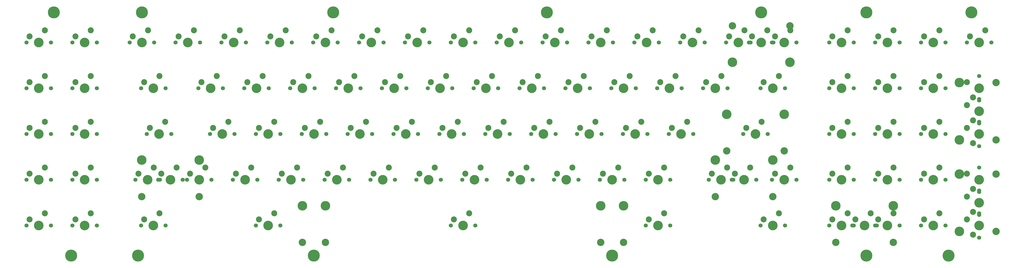
<source format=gbr>
%TF.GenerationSoftware,KiCad,Pcbnew,8.0.1*%
%TF.CreationDate,2026-01-01T00:47:39+09:00*%
%TF.ProjectId,W1-AT_RP2040_Notooth,57312d41-545f-4525-9032-3034305f4e6f,rev?*%
%TF.SameCoordinates,Original*%
%TF.FileFunction,Soldermask,Top*%
%TF.FilePolarity,Negative*%
%FSLAX46Y46*%
G04 Gerber Fmt 4.6, Leading zero omitted, Abs format (unit mm)*
G04 Created by KiCad (PCBNEW 8.0.1) date 2026-01-01 00:47:39*
%MOMM*%
%LPD*%
G01*
G04 APERTURE LIST*
%ADD10C,1.700000*%
%ADD11C,4.000000*%
%ADD12C,2.500000*%
%ADD13C,3.048000*%
%ADD14C,3.987800*%
%ADD15C,5.000000*%
G04 APERTURE END LIST*
D10*
%TO.C,MX77*%
X357945000Y-95150000D03*
D11*
X363025000Y-95150000D03*
D10*
X368105000Y-95150000D03*
D12*
X359215000Y-92610000D03*
X365565000Y-90070000D03*
%TD*%
D13*
%TO.C,S7*%
X263012500Y-121184999D03*
D14*
X263012500Y-105975000D03*
D13*
X148712500Y-121184999D03*
D14*
X148712500Y-105975000D03*
%TD*%
D15*
%TO.C,H7*%
X373339465Y-25475001D03*
%TD*%
D10*
%TO.C,MX22*%
X334132500Y-38000000D03*
D11*
X339212500Y-38000000D03*
D10*
X344292500Y-38000000D03*
D12*
X335402500Y-35460000D03*
X341752500Y-32920000D03*
%TD*%
D10*
%TO.C,MX35*%
X267457500Y-57050000D03*
D11*
X272537500Y-57050000D03*
D10*
X277617500Y-57050000D03*
D12*
X268727500Y-54510000D03*
X275077500Y-51970000D03*
%TD*%
D10*
%TO.C,MX50*%
X157920000Y-76100000D03*
D11*
X163000000Y-76100000D03*
D10*
X168080000Y-76100000D03*
D12*
X159190000Y-73560000D03*
X165540000Y-71020000D03*
%TD*%
D10*
%TO.C,MX72*%
X224595000Y-95150000D03*
D11*
X229675000Y-95150000D03*
D10*
X234755000Y-95150000D03*
D12*
X225865000Y-92610000D03*
X232215000Y-90070000D03*
%TD*%
D10*
%TO.C,MX85*%
X43620000Y-114200000D03*
D11*
X48700000Y-114200000D03*
D10*
X53780000Y-114200000D03*
D12*
X44890000Y-111660000D03*
X51240000Y-109120000D03*
%TD*%
D10*
%TO.C,MX23*%
X24570000Y-57050000D03*
D11*
X29650000Y-57050000D03*
D10*
X34730000Y-57050000D03*
D12*
X25840000Y-54510000D03*
X32190000Y-51970000D03*
%TD*%
D10*
%TO.C,MX32*%
X210307500Y-57050000D03*
D11*
X215387500Y-57050000D03*
D10*
X220467500Y-57050000D03*
D12*
X211577500Y-54510000D03*
X217927500Y-51970000D03*
%TD*%
D10*
%TO.C,MX94*%
X69813750Y-95150000D03*
D11*
X74893750Y-95150000D03*
D10*
X79973750Y-95150000D03*
D12*
X71083750Y-92610000D03*
X77433750Y-90070000D03*
%TD*%
D10*
%TO.C,MX8*%
X162682500Y-38000000D03*
D11*
X167762500Y-38000000D03*
D10*
X172842500Y-38000000D03*
D12*
X163952500Y-35460000D03*
X170302500Y-32920000D03*
%TD*%
D10*
%TO.C,MX29*%
X153157500Y-57050000D03*
D11*
X158237500Y-57050000D03*
D10*
X163317500Y-57050000D03*
D12*
X154427500Y-54510000D03*
X160777500Y-51970000D03*
%TD*%
D10*
%TO.C,MX3*%
X67432500Y-38000000D03*
D11*
X72512500Y-38000000D03*
D10*
X77592500Y-38000000D03*
D12*
X68702500Y-35460000D03*
X75052500Y-32920000D03*
%TD*%
D10*
%TO.C,MX84*%
X24570000Y-114200000D03*
D11*
X29650000Y-114200000D03*
D10*
X34730000Y-114200000D03*
D12*
X25840000Y-111660000D03*
X32190000Y-109120000D03*
%TD*%
D10*
%TO.C,MX82*%
X307938750Y-95150000D03*
D11*
X313018750Y-95150000D03*
D10*
X318098750Y-95150000D03*
D12*
X309208750Y-92610000D03*
X315558750Y-90070000D03*
%TD*%
D15*
%TO.C,H14*%
X416979465Y-25465001D03*
%TD*%
D10*
%TO.C,MX14*%
X276982500Y-38000000D03*
D11*
X282062500Y-38000000D03*
D10*
X287142500Y-38000000D03*
D12*
X278252500Y-35460000D03*
X284602500Y-32920000D03*
%TD*%
D10*
%TO.C,MX9*%
X181732500Y-38000000D03*
D11*
X186812500Y-38000000D03*
D10*
X191892500Y-38000000D03*
D12*
X183002500Y-35460000D03*
X189352500Y-32920000D03*
%TD*%
D10*
%TO.C,MX66*%
X110295000Y-95150000D03*
D11*
X115375000Y-95150000D03*
D10*
X120455000Y-95150000D03*
D12*
X111565000Y-92610000D03*
X117915000Y-90070000D03*
%TD*%
D10*
%TO.C,MX36*%
X286507500Y-57050000D03*
D11*
X291587500Y-57050000D03*
D10*
X296667500Y-57050000D03*
D12*
X287777500Y-54510000D03*
X294127500Y-51970000D03*
%TD*%
D10*
%TO.C,MX80*%
X420175000Y-109755000D03*
D11*
X420175000Y-104675000D03*
D10*
X420175000Y-99595000D03*
D12*
X417635000Y-108485000D03*
X415095000Y-102135000D03*
%TD*%
D10*
%TO.C,MX12*%
X238882500Y-38000000D03*
D11*
X243962500Y-38000000D03*
D10*
X249042500Y-38000000D03*
D12*
X240152500Y-35460000D03*
X246502500Y-32920000D03*
%TD*%
D10*
%TO.C,MX73*%
X243645000Y-95150000D03*
D11*
X248725000Y-95150000D03*
D10*
X253805000Y-95150000D03*
D12*
X244915000Y-92610000D03*
X251265000Y-90070000D03*
%TD*%
D15*
%TO.C,H12*%
X72499465Y-25460379D03*
%TD*%
D10*
%TO.C,MX92*%
X396045000Y-114200000D03*
D11*
X401125000Y-114200000D03*
D10*
X406205000Y-114200000D03*
D12*
X397315000Y-111660000D03*
X403665000Y-109120000D03*
%TD*%
D10*
%TO.C,MX60*%
X376995000Y-76100000D03*
D11*
X382075000Y-76100000D03*
D10*
X387155000Y-76100000D03*
D12*
X378265000Y-73560000D03*
X384615000Y-71020000D03*
%TD*%
D10*
%TO.C,MX93*%
X420175000Y-119280000D03*
D11*
X420175000Y-114200000D03*
D10*
X420175000Y-109120000D03*
D12*
X417635000Y-118010000D03*
X415095000Y-111660000D03*
%TD*%
D13*
%TO.C,S8*%
X272537501Y-121185000D03*
D14*
X272537500Y-105975000D03*
X139187500Y-105975000D03*
D13*
X139187499Y-121185000D03*
%TD*%
%TO.C,S1*%
X96356750Y-102135000D03*
D14*
X96356750Y-86925000D03*
D13*
X72480750Y-102135000D03*
D14*
X72480750Y-86925000D03*
%TD*%
D13*
%TO.C,S5*%
X427160000Y-54637000D03*
D14*
X411950000Y-54637000D03*
D13*
X427160000Y-78513000D03*
D14*
X411950000Y-78513000D03*
%TD*%
D10*
%TO.C,MX20*%
X415095000Y-38000000D03*
D11*
X420175000Y-38000000D03*
D10*
X425255000Y-38000000D03*
D12*
X416365000Y-35460000D03*
X422715000Y-32920000D03*
%TD*%
D10*
%TO.C,MX63*%
X24570000Y-95150000D03*
D11*
X29650000Y-95150000D03*
D10*
X34730000Y-95150000D03*
D12*
X25840000Y-92610000D03*
X32190000Y-90070000D03*
%TD*%
D10*
%TO.C,MX17*%
X357945000Y-38000000D03*
D11*
X363025000Y-38000000D03*
D10*
X368105000Y-38000000D03*
D12*
X359215000Y-35460000D03*
X365565000Y-32920000D03*
%TD*%
D10*
%TO.C,MX61*%
X396045000Y-76100000D03*
D11*
X401125000Y-76100000D03*
D10*
X406205000Y-76100000D03*
D12*
X397315000Y-73560000D03*
X403665000Y-71020000D03*
%TD*%
D10*
%TO.C,MX67*%
X129345000Y-95150000D03*
D11*
X134425000Y-95150000D03*
D10*
X139505000Y-95150000D03*
D12*
X130615000Y-92610000D03*
X136965000Y-90070000D03*
%TD*%
D10*
%TO.C,MX1*%
X24570000Y-38000000D03*
D11*
X29650000Y-38000000D03*
D10*
X34730000Y-38000000D03*
D12*
X25840000Y-35460000D03*
X32190000Y-32920000D03*
%TD*%
D10*
%TO.C,MX54*%
X234120000Y-76100000D03*
D11*
X239200000Y-76100000D03*
D10*
X244280000Y-76100000D03*
D12*
X235390000Y-73560000D03*
X241740000Y-71020000D03*
%TD*%
D10*
%TO.C,MX40*%
X376995000Y-57050000D03*
D11*
X382075000Y-57050000D03*
D10*
X387155000Y-57050000D03*
D12*
X378265000Y-54510000D03*
X384615000Y-51970000D03*
%TD*%
D15*
%TO.C,H8*%
X407454767Y-126700379D03*
%TD*%
D10*
%TO.C,MX46*%
X74576250Y-76100000D03*
D11*
X79656250Y-76100000D03*
D10*
X84736250Y-76100000D03*
D12*
X75846250Y-73560000D03*
X82196250Y-71020000D03*
%TD*%
D10*
%TO.C,MX37*%
X305557500Y-57050000D03*
D11*
X310637500Y-57050000D03*
D10*
X315717500Y-57050000D03*
D12*
X306827500Y-54510000D03*
X313177500Y-51970000D03*
%TD*%
D10*
%TO.C,MX6*%
X124582500Y-38000000D03*
D11*
X129662500Y-38000000D03*
D10*
X134742500Y-38000000D03*
D12*
X125852500Y-35460000D03*
X132202500Y-32920000D03*
%TD*%
D10*
%TO.C,MX70*%
X186495000Y-95150000D03*
D11*
X191575000Y-95150000D03*
D10*
X196655000Y-95150000D03*
D12*
X187765000Y-92610000D03*
X194115000Y-90070000D03*
%TD*%
D10*
%TO.C,MX41*%
X396045000Y-57050000D03*
D11*
X401125000Y-57050000D03*
D10*
X406205000Y-57050000D03*
D12*
X397315000Y-54510000D03*
X403665000Y-51970000D03*
%TD*%
D10*
%TO.C,MX95*%
X91245000Y-95150000D03*
D11*
X96325000Y-95150000D03*
D10*
X101405000Y-95150000D03*
D12*
X92515000Y-92610000D03*
X98865000Y-90070000D03*
%TD*%
D10*
%TO.C,MX44*%
X24570000Y-76100000D03*
D11*
X29650000Y-76100000D03*
D10*
X34730000Y-76100000D03*
D12*
X25840000Y-73560000D03*
X32190000Y-71020000D03*
%TD*%
D10*
%TO.C,MX74*%
X262695000Y-95150000D03*
D11*
X267775000Y-95150000D03*
D10*
X272855000Y-95150000D03*
D12*
X263965000Y-92610000D03*
X270315000Y-90070000D03*
%TD*%
D10*
%TO.C,MX71*%
X205545000Y-95150000D03*
D11*
X210625000Y-95150000D03*
D10*
X215705000Y-95150000D03*
D12*
X206815000Y-92610000D03*
X213165000Y-90070000D03*
%TD*%
D13*
%TO.C,S4*%
X339244250Y-83085000D03*
D14*
X339244250Y-67875000D03*
D13*
X315368250Y-83085000D03*
D14*
X315368250Y-67875000D03*
%TD*%
D15*
%TO.C,H2*%
X373319465Y-126710379D03*
%TD*%
D10*
%TO.C,MX57*%
X291270000Y-76100000D03*
D11*
X296350000Y-76100000D03*
D10*
X301430000Y-76100000D03*
D12*
X292540000Y-73560000D03*
X298890000Y-71020000D03*
%TD*%
D10*
%TO.C,MX21*%
X315082500Y-38000000D03*
D11*
X320162500Y-38000000D03*
D10*
X325242500Y-38000000D03*
D12*
X316352500Y-35460000D03*
X322702500Y-32920000D03*
%TD*%
D10*
%TO.C,MX87*%
X119820000Y-114200000D03*
D11*
X124900000Y-114200000D03*
D10*
X129980000Y-114200000D03*
D12*
X121090000Y-111660000D03*
X127440000Y-109120000D03*
%TD*%
D10*
%TO.C,MX76*%
X317463750Y-95150000D03*
D11*
X322543750Y-95150000D03*
D10*
X327623750Y-95150000D03*
D12*
X318733750Y-92610000D03*
X325083750Y-90070000D03*
%TD*%
D10*
%TO.C,MX78*%
X376995000Y-95150000D03*
D11*
X382075000Y-95150000D03*
D10*
X387155000Y-95150000D03*
D12*
X378265000Y-92610000D03*
X384615000Y-90070000D03*
%TD*%
D10*
%TO.C,MX31*%
X191257500Y-57050000D03*
D11*
X196337500Y-57050000D03*
D10*
X201417500Y-57050000D03*
D12*
X192527500Y-54510000D03*
X198877500Y-51970000D03*
%TD*%
D10*
%TO.C,MX52*%
X196020000Y-76100000D03*
D11*
X201100000Y-76100000D03*
D10*
X206180000Y-76100000D03*
D12*
X197290000Y-73560000D03*
X203640000Y-71020000D03*
%TD*%
D10*
%TO.C,MX11*%
X219832500Y-38000000D03*
D11*
X224912500Y-38000000D03*
D10*
X229992500Y-38000000D03*
D12*
X221102500Y-35460000D03*
X227452500Y-32920000D03*
%TD*%
D10*
%TO.C,MX81*%
X420175000Y-100230000D03*
D11*
X420175000Y-95150000D03*
D10*
X420175000Y-90070000D03*
D12*
X417635000Y-98960000D03*
X415095000Y-92610000D03*
%TD*%
D10*
%TO.C,MX30*%
X172207500Y-57050000D03*
D11*
X177287500Y-57050000D03*
D10*
X182367500Y-57050000D03*
D12*
X173477500Y-54510000D03*
X179827500Y-51970000D03*
%TD*%
D15*
%TO.C,H5*%
X143939465Y-126705001D03*
%TD*%
D13*
%TO.C,S9*%
X384488000Y-121185000D03*
D14*
X384488000Y-105975000D03*
D13*
X360612000Y-121185000D03*
D14*
X360612000Y-105975000D03*
%TD*%
D10*
%TO.C,MX64*%
X43620000Y-95150000D03*
D11*
X48700000Y-95150000D03*
D10*
X53780000Y-95150000D03*
D12*
X44890000Y-92610000D03*
X51240000Y-90070000D03*
%TD*%
D10*
%TO.C,MX34*%
X248407500Y-57050000D03*
D11*
X253487500Y-57050000D03*
D10*
X258567500Y-57050000D03*
D12*
X249677500Y-54510000D03*
X256027500Y-51970000D03*
%TD*%
D10*
%TO.C,MX89*%
X281745000Y-114200000D03*
D11*
X286825000Y-114200000D03*
D10*
X291905000Y-114200000D03*
D12*
X283015000Y-111660000D03*
X289365000Y-109120000D03*
%TD*%
D10*
%TO.C,MX39*%
X357945000Y-57050000D03*
D11*
X363025000Y-57050000D03*
D10*
X368105000Y-57050000D03*
D12*
X359215000Y-54510000D03*
X365565000Y-51970000D03*
%TD*%
D10*
%TO.C,MX96*%
X357945000Y-114200000D03*
D11*
X363025000Y-114200000D03*
D10*
X368105000Y-114200000D03*
D12*
X359215000Y-111660000D03*
X365565000Y-109120000D03*
%TD*%
D10*
%TO.C,MX5*%
X105532500Y-38000000D03*
D11*
X110612500Y-38000000D03*
D10*
X115692500Y-38000000D03*
D12*
X106802500Y-35460000D03*
X113152500Y-32920000D03*
%TD*%
D10*
%TO.C,MX4*%
X86482500Y-38000000D03*
D11*
X91562500Y-38000000D03*
D10*
X96642500Y-38000000D03*
D12*
X87752500Y-35460000D03*
X94102500Y-32920000D03*
%TD*%
D10*
%TO.C,MX26*%
X96007500Y-57050000D03*
D11*
X101087500Y-57050000D03*
D10*
X106167500Y-57050000D03*
D12*
X97277500Y-54510000D03*
X103627500Y-51970000D03*
%TD*%
D10*
%TO.C,MX62*%
X420175000Y-81180000D03*
D11*
X420175000Y-76100000D03*
D10*
X420175000Y-71020000D03*
D12*
X417635000Y-79910000D03*
X415095000Y-73560000D03*
%TD*%
D15*
%TO.C,H6*%
X151954767Y-25460379D03*
%TD*%
D10*
%TO.C,MX13*%
X257932500Y-38000000D03*
D11*
X263012500Y-38000000D03*
D10*
X268092500Y-38000000D03*
D12*
X259202500Y-35460000D03*
X265552500Y-32920000D03*
%TD*%
D10*
%TO.C,MX79*%
X396045000Y-95150000D03*
D11*
X401125000Y-95150000D03*
D10*
X406205000Y-95150000D03*
D12*
X397315000Y-92610000D03*
X403665000Y-90070000D03*
%TD*%
D13*
%TO.C,S6*%
X427160000Y-92737000D03*
D14*
X411950000Y-92737000D03*
D13*
X427160000Y-116613000D03*
D14*
X411950000Y-116613000D03*
%TD*%
D10*
%TO.C,MX53*%
X215070000Y-76100000D03*
D11*
X220150000Y-76100000D03*
D10*
X225230000Y-76100000D03*
D12*
X216340000Y-73560000D03*
X222690000Y-71020000D03*
%TD*%
D10*
%TO.C,MX10*%
X200782500Y-38000000D03*
D11*
X205862500Y-38000000D03*
D10*
X210942500Y-38000000D03*
D12*
X202052500Y-35460000D03*
X208402500Y-32920000D03*
%TD*%
D10*
%TO.C,MX2*%
X43620000Y-38000000D03*
D11*
X48700000Y-38000000D03*
D10*
X53780000Y-38000000D03*
D12*
X44890000Y-35460000D03*
X51240000Y-32920000D03*
%TD*%
D10*
%TO.C,MX24*%
X43620000Y-57050000D03*
D11*
X48700000Y-57050000D03*
D10*
X53780000Y-57050000D03*
D12*
X44890000Y-54510000D03*
X51240000Y-51970000D03*
%TD*%
D10*
%TO.C,MX42*%
X420175000Y-71655000D03*
D11*
X420175000Y-66575000D03*
D10*
X420175000Y-61495000D03*
D12*
X417635000Y-70385000D03*
X415095000Y-64035000D03*
%TD*%
D10*
%TO.C,MX55*%
X253170000Y-76100000D03*
D11*
X258250000Y-76100000D03*
D10*
X263330000Y-76100000D03*
D12*
X254440000Y-73560000D03*
X260790000Y-71020000D03*
%TD*%
D10*
%TO.C,MX38*%
X329370000Y-57050000D03*
D11*
X334450000Y-57050000D03*
D10*
X339530000Y-57050000D03*
D12*
X330640000Y-54510000D03*
X336990000Y-51970000D03*
%TD*%
D10*
%TO.C,MX16*%
X324607500Y-38000000D03*
D11*
X329687500Y-38000000D03*
D10*
X334767500Y-38000000D03*
D12*
X325877500Y-35460000D03*
X332227500Y-32920000D03*
%TD*%
D10*
%TO.C,MX56*%
X272220000Y-76100000D03*
D11*
X277300000Y-76100000D03*
D10*
X282380000Y-76100000D03*
D12*
X273490000Y-73560000D03*
X279840000Y-71020000D03*
%TD*%
D10*
%TO.C,MX25*%
X72195000Y-57050000D03*
D11*
X77275000Y-57050000D03*
D10*
X82355000Y-57050000D03*
D12*
X73465000Y-54510000D03*
X79815000Y-51970000D03*
%TD*%
D15*
%TO.C,H3*%
X43119465Y-126705001D03*
%TD*%
%TO.C,H13*%
X240674767Y-25450379D03*
%TD*%
D10*
%TO.C,MX27*%
X115057500Y-57050000D03*
D11*
X120137500Y-57050000D03*
D10*
X125217500Y-57050000D03*
D12*
X116327500Y-54510000D03*
X122677500Y-51970000D03*
%TD*%
D10*
%TO.C,MX49*%
X138870000Y-76100000D03*
D11*
X143950000Y-76100000D03*
D10*
X149030000Y-76100000D03*
D12*
X140140000Y-73560000D03*
X146490000Y-71020000D03*
%TD*%
D15*
%TO.C,H4*%
X70909465Y-126720379D03*
%TD*%
D10*
%TO.C,MX59*%
X357945000Y-76100000D03*
D11*
X363025000Y-76100000D03*
D10*
X368105000Y-76100000D03*
D12*
X359215000Y-73560000D03*
X365565000Y-71020000D03*
%TD*%
D10*
%TO.C,MX47*%
X100770000Y-76100000D03*
D11*
X105850000Y-76100000D03*
D10*
X110930000Y-76100000D03*
D12*
X102040000Y-73560000D03*
X108390000Y-71020000D03*
%TD*%
D10*
%TO.C,MX48*%
X119820000Y-76100000D03*
D11*
X124900000Y-76100000D03*
D10*
X129980000Y-76100000D03*
D12*
X121090000Y-73560000D03*
X127440000Y-71020000D03*
%TD*%
D10*
%TO.C,MX45*%
X43620000Y-76100000D03*
D11*
X48700000Y-76100000D03*
D10*
X53780000Y-76100000D03*
D12*
X44890000Y-73560000D03*
X51240000Y-71020000D03*
%TD*%
D10*
%TO.C,MX18*%
X376995000Y-38000000D03*
D11*
X382075000Y-38000000D03*
D10*
X387155000Y-38000000D03*
D12*
X378265000Y-35460000D03*
X384615000Y-32920000D03*
%TD*%
D13*
%TO.C,S2*%
X334481750Y-102135000D03*
D14*
X334481750Y-86925000D03*
D13*
X310605750Y-102135000D03*
D14*
X310605750Y-86925000D03*
%TD*%
D10*
%TO.C,MX83*%
X334132500Y-95150000D03*
D11*
X339212500Y-95150000D03*
D10*
X344292500Y-95150000D03*
D12*
X335402500Y-92610000D03*
X341752500Y-90070000D03*
%TD*%
D10*
%TO.C,MX58*%
X322226250Y-76100000D03*
D11*
X327306250Y-76100000D03*
D10*
X332386250Y-76100000D03*
D12*
X323496250Y-73560000D03*
X329846250Y-71020000D03*
%TD*%
D13*
%TO.C,S3*%
X317749500Y-31015000D03*
D14*
X317749500Y-46225000D03*
D13*
X341625500Y-31015000D03*
D14*
X341625500Y-46225000D03*
%TD*%
D10*
%TO.C,MX69*%
X167445000Y-95150000D03*
D11*
X172525000Y-95150000D03*
D10*
X177605000Y-95150000D03*
D12*
X168715000Y-92610000D03*
X175065000Y-90070000D03*
%TD*%
D10*
%TO.C,MX88*%
X200782500Y-114200000D03*
D11*
X205862500Y-114200000D03*
D10*
X210942500Y-114200000D03*
D12*
X202052500Y-111660000D03*
X208402500Y-109120000D03*
%TD*%
D10*
%TO.C,MX33*%
X229357500Y-57050000D03*
D11*
X234437500Y-57050000D03*
D10*
X239517500Y-57050000D03*
D12*
X230627500Y-54510000D03*
X236977500Y-51970000D03*
%TD*%
D10*
%TO.C,MX43*%
X420175000Y-62130000D03*
D11*
X420175000Y-57050000D03*
D10*
X420175000Y-51970000D03*
D12*
X417635000Y-60860000D03*
X415095000Y-54510000D03*
%TD*%
D10*
%TO.C,MX68*%
X148395000Y-95150000D03*
D11*
X153475000Y-95150000D03*
D10*
X158555000Y-95150000D03*
D12*
X149665000Y-92610000D03*
X156015000Y-90070000D03*
%TD*%
D10*
%TO.C,MX7*%
X143632500Y-38000000D03*
D11*
X148712500Y-38000000D03*
D10*
X153792500Y-38000000D03*
D12*
X144902500Y-35460000D03*
X151252500Y-32920000D03*
%TD*%
D10*
%TO.C,MX51*%
X176970000Y-76100000D03*
D11*
X182050000Y-76100000D03*
D10*
X187130000Y-76100000D03*
D12*
X178240000Y-73560000D03*
X184590000Y-71020000D03*
%TD*%
D10*
%TO.C,MX97*%
X376995000Y-114200000D03*
D11*
X382075000Y-114200000D03*
D10*
X387155000Y-114200000D03*
D12*
X378265000Y-111660000D03*
X384615000Y-109120000D03*
%TD*%
D10*
%TO.C,MX86*%
X72195000Y-114200000D03*
D11*
X77275000Y-114200000D03*
D10*
X82355000Y-114200000D03*
D12*
X73465000Y-111660000D03*
X79815000Y-109120000D03*
%TD*%
D15*
%TO.C,H11*%
X35989465Y-25450379D03*
%TD*%
D10*
%TO.C,MX75*%
X281745000Y-95150000D03*
D11*
X286825000Y-95150000D03*
D10*
X291905000Y-95150000D03*
D12*
X283015000Y-92610000D03*
X289365000Y-90070000D03*
%TD*%
D10*
%TO.C,MX65*%
X79338750Y-95150000D03*
D11*
X84418750Y-95150000D03*
D10*
X89498750Y-95150000D03*
D12*
X80608750Y-92610000D03*
X86958750Y-90070000D03*
%TD*%
D15*
%TO.C,H10*%
X267749465Y-126715001D03*
%TD*%
D10*
%TO.C,MX15*%
X296032500Y-38000000D03*
D11*
X301112500Y-38000000D03*
D10*
X306192500Y-38000000D03*
D12*
X297302500Y-35460000D03*
X303652500Y-32920000D03*
%TD*%
D10*
%TO.C,MX90*%
X329370000Y-114200000D03*
D11*
X334450000Y-114200000D03*
D10*
X339530000Y-114200000D03*
D12*
X330640000Y-111660000D03*
X336990000Y-109120000D03*
%TD*%
D10*
%TO.C,MX28*%
X134107500Y-57050000D03*
D11*
X139187500Y-57050000D03*
D10*
X144267500Y-57050000D03*
D12*
X135377500Y-54510000D03*
X141727500Y-51970000D03*
%TD*%
D10*
%TO.C,MX91*%
X367470000Y-114200000D03*
D11*
X372550000Y-114200000D03*
D10*
X377630000Y-114200000D03*
D12*
X368740000Y-111660000D03*
X375090000Y-109120000D03*
%TD*%
D15*
%TO.C,H1*%
X329669465Y-25455001D03*
%TD*%
D10*
%TO.C,MX19*%
X396045000Y-38000000D03*
D11*
X401125000Y-38000000D03*
D10*
X406205000Y-38000000D03*
D12*
X397315000Y-35460000D03*
X403665000Y-32920000D03*
%TD*%
M02*

</source>
